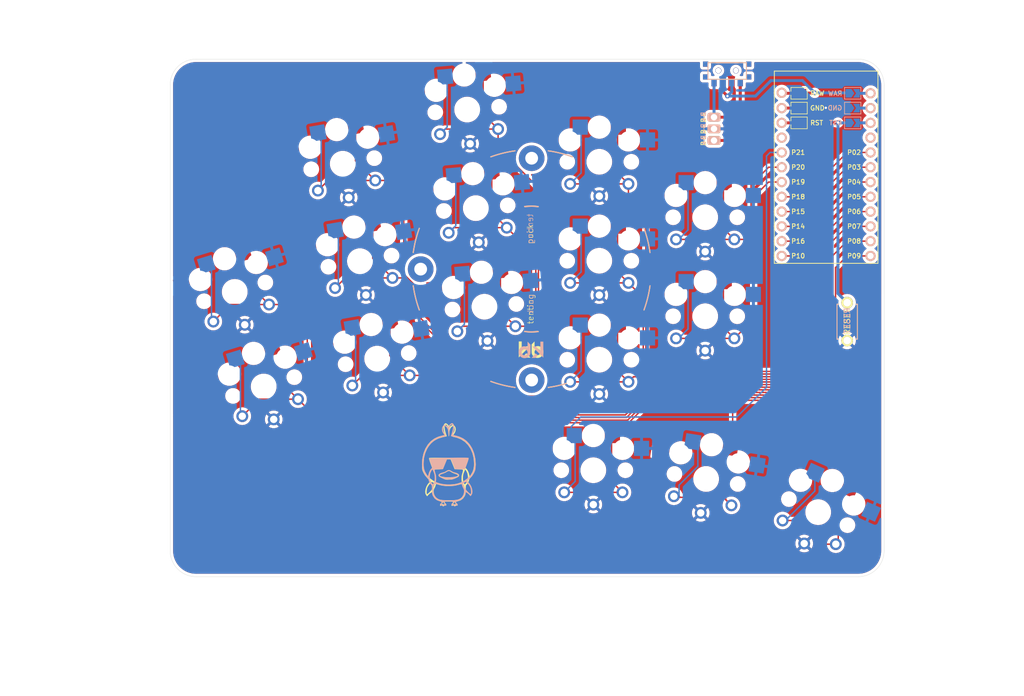
<source format=kicad_pcb>
(kicad_pcb (version 20211014) (generator pcbnew)
  (title_block (title "board") (rev "v1.0.0") (company "Unknown"))
  (layers (0 "F.Cu" signal) (31 "B.Cu" signal) (34 "B.Paste" user) (35 "F.Paste" user) (36 "B.SilkS" user "B.Silkscreen") (37 "F.SilkS" user "F.Silkscreen") (38 "B.Mask" user) (39 "F.Mask" user) (44 "Edge.Cuts" user))
  (net 0 "")
  (net 1 "P6")
  (net 2 "GND")
  (net 3 "P5")
  (net 4 "P4")
  (net 5 "P3")
  (net 6 "P2")
  (net 7 "P18")
  (net 8 "P15")
  (net 9 "P14")
  (net 10 "P16")
  (net 11 "P10")
  (net 12 "P19")
  (net 13 "P20")
  (net 14 "P21")
  (net 15 "P7")
  (net 16 "P8")
  (net 17 "P9")
  (net 18 "RAW")
  (net 19 "RST")
  (net 20 "Braw")
  (footprint "kbd:ResetSW" (layer "F.Cu") (at 157.969791 -77.623254 90)
    (fp_text reference "B1" hide)
    (fp_text value "")
  )
  (footprint "Alaa:choc_hotswap_key" (layer "F.Cu") (at 71.38711 -104.745067 10)
    (fp_text reference "S11" hide)
    (fp_text value "" hide)
  )
  (footprint "Alaa:choc_hotswap_key" (layer "F.Cu") (at 94.221643 -97.114167 5)
    (fp_text reference "S15" hide)
    (fp_text value "" hide)
  )
  (footprint "Alaa:choc_hotswap_key" (layer "F.Cu") (at 115.424791 -88.077254)
    (fp_text reference "S21" hide)
    (fp_text value "" hide)
  )
  (footprint "E73:SPDT_C128955" (layer "F.Cu") (at 137.368406 -120.751838)
    (fp_text reference "T1" hide)
    (fp_text value "" hide)
  )
  (footprint "Alaa:choc_hotswap_key" (layer "F.Cu") (at 114.400791 -52.096254)
    (fp_text reference "S31" hide)
    (fp_text value "" hide)
  )
  (footprint "E73:SPDT_C128955" (layer "F.Cu") (at 137.368406 -120.751838)
    (fp_text reference "T2" hide)
    (fp_text value "" hide)
  )
  (footprint "Alaa:choc_hotswap_key" (layer "F.Cu") (at 133.599495 -95.544491)
    (fp_text reference "S29" hide)
    (fp_text value "" hide)
  )
  (footprint "LOGO" (layer "F.Cu") (at 89.516791 -51.715254)
    (fp_text reference "G***" hide)
    (fp_text value "LOGO" hide)
  )
  (footprint "Alaa:choc_hotswap_key" (layer "F.Cu") (at 152.997059 -44.898044 -24)
    (fp_text reference "S33" hide)
    (fp_text value "" hide)
  )
  (footprint "Alaa:choc_hotswap_key" (layer "F.Cu") (at 77.291148 -71.261603 10)
    (fp_text reference "S7" hide)
    (fp_text value "" hide)
  )
  (footprint "lib:bat" (layer "F.Cu") (at 135.109791 -110.738254 -90)
    (fp_text reference "PAD1" hide)
    (fp_text value "" hide)
  )
  (footprint "Alaa:choc_hotswap_key" (layer "F.Cu") (at 52.842259 -82.729963 17)
    (fp_text reference "S5" hide)
    (fp_text value "" hide)
  )
  (footprint "Alaa:choc_hotswap_key" (layer "F.Cu") (at 133.599495 -78.544491)
    (fp_text reference "S27" hide)
    (fp_text value "" hide)
  )
  (footprint "Alaa:choc_hotswap_key" (layer "F.Cu") (at 74.339129 -88.003335 10)
    (fp_text reference "S9" hide)
    (fp_text value "" hide)
  )
  (footprint "Alaa:choc_hotswap_key" (layer "F.Cu") (at 95.703291 -80.178857 5)
    (fp_text reference "S13" hide)
    (fp_text value "" hide)
  )
  (footprint "Alaa:choc_hotswap_key" (layer "F.Cu") (at 92.739996 -114.049477 5)
    (fp_text reference "S17" hide)
    (fp_text value "" hide)
  )
  (footprint "Alaa:choc_hotswap_key" (layer "F.Cu") (at 133.758386 -50.596799 -9)
    (fp_text reference "S31" hide)
    (fp_text value "" hide)
  )
  (footprint "ProMicro" (layer "F.Cu") (at 154.357213 -102.872348 -90)
    (fp_text reference "MCU1" hide)
    (fp_text value "" hide)
  )
  (footprint "Alaa:choc_hotswap_key" (layer "F.Cu") (at 57.812578 -66.472782 17)
    (fp_text reference "S3" hide)
    (fp_text value "" hide)
  )
  (footprint "Alaa:Tenting_Puck_3_Holes" (layer "F.Cu") (at 103.810924 -86.640254)
    (fp_text reference "REF**")
    (fp_text value "Tenting Puck")
  )
  (footprint "Alaa:choc_hotswap_key" (layer "F.Cu") (at 115.424791 -105.077254)
    (fp_text reference "S23" hide)
    (fp_text value "" hide)
  )
  (footprint "Alaa:choc_hotswap_key" (layer "F.Cu") (at 115.424791 -71.077254)
    (fp_text reference "S19" hide)
    (fp_text value "" hide)
  )
  (footprint "LOGO" (layer "B.Cu") (at 89.677036 -51.735521 180)
    (fp_text reference "G***" hide)
    (fp_text value "LOGO" hide)
  )
  (gr_line (start 164.316185 -38.254903) (end 164.319791 -118.263254) (layer "Edge.Cuts") (width 0.05))
  (gr_arc (start 46.209791 -33.808254) (mid 43.066701 -35.110164) (end 41.764791 -38.253254) (layer "Edge.Cuts") (width 0.05))
  (gr_arc (start 159.874791 -122.708254) (mid 163.017881 -121.406344) (end 164.319791 -118.263254) (layer "Edge.Cuts") (width 0.05))
  (gr_line (start 46.209791 -33.808254) (end 159.871185 -33.809903) (layer "Edge.Cuts") (width 0.05))
  (gr_line (start 41.761149 -118.266118) (end 41.764791 -38.253254) (layer "Edge.Cuts") (width 0.05))
  (gr_line (start 159.874791 -122.708254) (end 46.206149 -122.711118) (layer "Edge.Cuts") (width 0.05))
  (gr_arc (start 41.761149 -118.266118) (mid 43.063059 -121.409208) (end 46.206149 -122.711118) (layer "Edge.Cuts") (width 0.05))
  (gr_arc (start 164.316185 -38.254903) (mid 163.014275 -35.111813) (end 159.871185 -33.809903) (layer "Edge.Cuts") (width 0.05))
  (segment (start 154.628374 -72.346105) (end 154.048157 -71.765888) (width 0.25) (layer "F.Cu") (net 1))
  (segment (start 147.293059 -65.010791) (end 124.592826 -65.010791) (width 0.25) (layer "F.Cu") (net 1))
  (segment (start 58.734795 -80.557863) (end 52.095465 -80.557863) (width 0.25) (layer "F.Cu") (net 1))
  (segment (start 54.234545 -89.377494) (end 54.234545 -85.058113) (width 0.25) (layer "F.Cu") (net 1))
  (segment (start 52.095465 -80.557863) (end 49.171748 -77.634146) (width 0.25) (layer "F.Cu") (net 1))
  (segment (start 71.12 -63.5) (end 65.297412 -69.322588) (width 0.25) (layer "F.Cu") (net 1))
  (segment (start 54.234545 -85.058113) (end 58.734795 -80.557863) (width 0.25) (layer "F.Cu") (net 1))
  (segment (start 154.048157 -71.765888) (end 147.293059 -65.010791) (width 0.25) (layer "F.Cu") (net 1))
  (segment (start 101.640989 -63.467774) (end 93.071241 -72.037521) (width 0.25) (layer "F.Cu") (net 1))
  (segment (start 157.969791 -96.522348) (end 154.628374 -93.180931) (width 0.25) (layer "F.Cu") (net 1))
  (segment (start 93.071241 -72.037521) (end 89.562066 -72.037521) (width 0.25) (layer "F.Cu") (net 1))
  (segment (start 154.628374 -93.180931) (end 154.628374 -72.346105) (width 0.25) (layer "F.Cu") (net 1))
  (segment (start 124.592826 -65.010791) (end 120.284168 -60.702134) (width 0.25) (layer "F.Cu") (net 1))
  (segment (start 89.562066 -72.037521) (end 81.024544 -63.5) (width 0.25) (layer "F.Cu") (net 1))
  (segment (start 106.339988 -63.467774) (end 101.640989 -63.467774) (width 0.25) (layer "F.Cu") (net 1))
  (segment (start 109.105628 -60.702134) (end 106.339988 -63.467774) (width 0.25) (layer "F.Cu") (net 1))
  (segment (start 120.284168 -60.702134) (end 109.105628 -60.702134) (width 0.25) (layer "F.Cu") (net 1))
  (segment (start 154.628374 -72.346106) (end 154.048157 -71.765888) (width 0.25) (layer "F.Cu") (net 1))
  (segment (start 63.479549 -80.557863) (end 58.734795 -80.557863) (width 0.25) (layer "F.Cu") (net 1))
  (segment (start 65.297412 -78.74) (end 63.479549 -80.557863) (width 0.25) (layer "F.Cu") (net 1))
  (segment (start 161.977213 -96.522348) (end 157.969791 -96.522348) (width 0.25) (layer "F.Cu") (net 1))
  (segment (start 65.297412 -69.322588) (end 65.297412 -78.74) (width 0.25) (layer "F.Cu") (net 1))
  (segment (start 81.024544 -63.5) (end 71.12 -63.5) (width 0.25) (layer "F.Cu") (net 1))
  (segment (start 47.655954 -88.184596) (end 48.856953 -86.983597) (width 0.25) (layer "B.Cu") (net 1))
  (segment (start 48.856953 -86.983597) (end 48.856953 -78.356283) (width 0.25) (layer "B.Cu") (net 1))
  (segment (start 154.256703 -114.302348) (end 150.44369 -114.302348) (width 0.5) (layer "F.Cu") (net 2))
  (segment (start 154.304587 -114.350232) (end 154.256703 -114.302348) (width 0.5) (layer "F.Cu") (net 2))
  (via (at 154.304587 -114.350232) (size 0.8) (drill 0.4) (layers "F.Cu" "B.Cu") (net 2))
  (segment (start 154.329345 -114.325474) (end 154.352471 -114.302348) (width 0.5) (layer "B.Cu") (net 2))
  (segment (start 154.352471 -114.302348) (end 158.19369 -114.302348) (width 0.5) (layer "B.Cu") (net 2))
  (segment (start 154.159791 -95.252348) (end 157.969791 -99.062348) (width 0.25) (layer "F.Cu") (net 3))
  (segment (start 101.827187 -63.917294) (end 106.526186 -63.917294) (width 0.25) (layer "F.Cu") (net 3))
  (segment (start 109.291826 -61.151654) (end 120.097971 -61.151654) (width 0.25) (layer "F.Cu") (net 3))
  (segment (start 93.25744 -72.487041) (end 101.827187 -63.917294) (width 0.25) (layer "F.Cu") (net 3))
  (segment (start 124.406628 -65.460311) (end 147.106862 -65.460311) (width 0.25) (layer "F.Cu") (net 3))
  (segment (start 106.526186 -63.917294) (end 109.291826 -61.151654) (width 0.25) (layer "F.Cu") (net 3))
  (segment (start 154.159791 -79.528254) (end 154.159791 -95.252348) (width 0.25) (layer "F.Cu") (net 3))
  (segment (start 79.483187 -71.779437) (end 82.87505 -68.387574) (width 0.25) (layer "F.Cu") (net 3))
  (segment (start 157.969791 -99.062348) (end 161.977213 -99.062348) (width 0.25) (layer "F.Cu") (net 3))
  (segment (start 85.2764 -68.387574) (end 89.375869 -72.487041) (width 0.25) (layer "F.Cu") (net 3))
  (segment (start 82.87505 -68.387574) (end 74.763453 -68.387574) (width 0.25) (layer "F.Cu") (net 3))
  (segment (start 79.483187 -77.689907) (end 79.483187 -71.779437) (width 0.25) (layer "F.Cu") (net 3))
  (segment (start 74.763453 -68.387574) (end 73.026972 -66.651093) (width 0.25) (layer "F.Cu") (net 3))
  (segment (start 82.87505 -68.387574) (end 85.2764 -68.387574) (width 0.25) (layer "F.Cu") (net 3))
  (segment (start 154.178854 -79.509191) (end 154.159791 -79.528254) (width 0.25) (layer "F.Cu") (net 3))
  (segment (start 147.106862 -65.460311) (end 154.178854 -72.532303) (width 0.25) (layer "F.Cu") (net 3))
  (segment (start 120.097971 -61.151654) (end 124.406628 -65.460311) (width 0.25) (layer "F.Cu") (net 3))
  (segment (start 89.375869 -72.487041) (end 93.25744 -72.487041) (width 0.25) (layer "F.Cu") (net 3))
  (segment (start 154.178854 -72.532303) (end 154.178854 -79.509191) (width 0.25) (layer "F.Cu") (net 3))
  (segment (start 73.59045 -67.214571) (end 73.026972 -66.651093) (width 0.25) (layer "B.Cu") (net 3))
  (segment (start 73.032696 -76.552511) (end 73.59045 -75.994757) (width 0.25) (layer "B.Cu") (net 3))
  (segment (start 73.59045 -75.994757) (end 73.59045 -67.214571) (width 0.25) (layer "B.Cu") (net 3))
  (segment (start 76.531168 -88.521169) (end 79.923031 -85.129306) (width 0.25) (layer "F.Cu") (net 4))
  (segment (start 153.698572 -97.331129) (end 153.698572 -72.687741) (width 0.25) (layer "F.Cu") (net 4))
  (segment (start 153.698572 -72.687741) (end 146.920664 -65.909831) (width 0.25) (layer "F.Cu") (net 4))
  (segment (start 76.531168 -94.431639) (end 76.531168 -88.521169) (width 0.25) (layer "F.Cu") (net 4))
  (segment (start 106.712384 -64.366814) (end 102.013385 -64.366814) (width 0.25) (layer "F.Cu") (net 4))
  (segment (start 146.920664 -65.909831) (end 124.220428 -65.909831) (width 0.25) (layer "F.Cu") (net 4))
  (segment (start 102.013385 -64.366814) (end 93.443638 -72.936561) (width 0.25) (layer "F.Cu") (net 4))
  (segment (start 157.969791 -101.602348) (end 153.698572 -97.331129) (width 0.25) (layer "F.Cu") (net 4))
  (segment (start 119.91177 -61.601174) (end 109.478024 -61.601174) (width 0.25) (layer "F.Cu") (net 4))
  (segment (start 79.923031 -85.129306) (end 71.811434 -85.129306) (width 0.25) (layer "F.Cu") (net 4))
  (segment (start 93.443638 -72.936561) (end 89.382986 -72.936561) (width 0.25) (layer "F.Cu") (net 4))
  (segment (start 84.38648 -77.933067) (end 84.38648 -82.617802) (width 0.25) (layer "F.Cu") (net 4))
  (segment (start 109.478024 -61.601174) (end 106.712384 -64.366814) (width 0.25) (layer "F.Cu") (net 4))
  (segment (start 124.220428 -65.909831) (end 119.91177 -61.601174) (width 0.25) (layer "F.Cu") (net 4))
  (segment (start 84.38648 -82.617802) (end 81.874976 -85.129306) (width 0.25) (layer "F.Cu") (net 4))
  (segment (start 71.811434 -85.129306) (end 70.074953 -83.392825) (width 0.25) (layer "F.Cu") (net 4))
  (segment (start 161.977213 -101.602348) (end 157.969791 -101.602348) (width 0.25) (layer "F.Cu") (net 4))
  (segment (start 81.874976 -85.129306) (end 79.923031 -85.129306) (width 0.25) (layer "F.Cu") (net 4))
  (segment (start 89.382986 -72.936561) (end 84.38648 -77.933067) (width 0.25) (layer "F.Cu") (net 4))
  (segment (start 70.638431 -83.956303) (end 70.074953 -83.392825) (width 0.25) (layer "B.Cu") (net 4))
  (segment (start 70.638431 -92.736489) (end 70.638431 -83.956303) (width 0.25) (layer "B.Cu") (net 4))
  (segment (start 70.080677 -93.294243) (end 70.638431 -92.736489) (width 0.25) (layer "B.Cu") (net 4))
  (segment (start 68.859415 -101.871038) (end 67.122934 -100.134557) (width 0.25) (layer "F.Cu") (net 5))
  (segment (start 102.199583 -64.816334) (end 106.898581 -64.816334) (width 0.25) (layer "F.Cu") (net 5))
  (segment (start 161.977213 -104.142348) (end 157.969791 -104.142348) (width 0.25) (layer "F.Cu") (net 5))
  (segment (start 157.969791 -104.142348) (end 153.249052 -99.421609) (width 0.25) (layer "F.Cu") (net 5))
  (segment (start 106.898581 -64.816334) (end 109.664221 -62.050694) (width 0.25) (layer "F.Cu") (net 5))
  (segment (start 153.249052 -72.873939) (end 151.57058 -71.195465) (width 0.25) (layer "F.Cu") (net 5))
  (segment (start 73.579149 -111.173371) (end 73.579149 -105.262901) (width 0.25) (layer "F.Cu") (net 5))
  (segment (start 146.734466 -66.359351) (end 151.57058 -71.195465) (width 0.25) (layer "F.Cu") (net 5))
  (segment (start 79.561162 -101.871038) (end 81.858703 -99.573497) (width 0.25) (layer "F.Cu") (net 5))
  (segment (start 76.971012 -101.871038) (end 79.561162 -101.871038) (width 0.25) (layer "F.Cu") (net 5))
  (segment (start 81.858703 -85.781297) (end 84.836 -82.804) (width 0.25) (layer "F.Cu") (net 5))
  (segment (start 151.57058 -71.195465) (end 153.249052 -72.873938) (width 0.25) (layer "F.Cu") (net 5))
  (segment (start 84.836 -82.804) (end 84.836 -78.119265) (width 0.25) (layer "F.Cu") (net 5))
  (segment (start 76.971012 -101.871038) (end 68.859415 -101.871038) (width 0.25) (layer "F.Cu") (net 5))
  (segment (start 109.664221 -62.050694) (end 119.725573 -62.050694) (width 0.25) (layer "F.Cu") (net 5))
  (segment (start 93.629836 -73.386081) (end 102.199583 -64.816334) (width 0.25) (layer "F.Cu") (net 5))
  (segment (start 124.03423 -66.359351) (end 146.734466 -66.359351) (width 0.25) (layer "F.Cu") (net 5))
  (segment (start 81.858703 -99.573497) (end 81.858703 -85.781297) (width 0.25) (layer "F.Cu") (net 5))
  (segment (start 73.579149 -105.262901) (end 76.971012 -101.871038) (width 0.25) (layer "F.Cu") (net 5))
  (segment (start 119.725573 -62.050694) (end 124.03423 -66.359351) (width 0.25) (layer "F.Cu") (net 5))
  (segment (start 89.569184 -73.386081) (end 93.629836 -73.386081) (width 0.25) (layer "F.Cu") (net 5))
  (segment (start 153.249052 -99.421609) (end 153.249052 -72.873939) (width 0.25) (layer "F.Cu") (net 5))
  (segment (start 84.836 -78.119265) (end 89.569184 -73.386081) (width 0.25) (layer "F.Cu") (net 5))
  (segment (start 67.686412 -100.698035) (end 67.122934 -100.134557) (width 0.25) (layer "B.Cu") (net 5))
  (segment (start 67.128658 -110.035975) (end 67.686412 -109.478221) (width 0.25) (layer "B.Cu") (net 5))
  (segment (start 67.686412 -109.478221) (end 67.686412 -100.698035) (width 0.25) (layer "B.Cu") (net 5))
  (segment (start 106.68 -70.883507) (end 104.07916 -73.484347) (width 0.25) (layer "F.Cu") (net 6))
  (segment (start 119.539376 -62.500214) (end 109.850419 -62.500214) (width 0.25) (layer "F.Cu") (net 6))
  (segment (start 109.850419 -62.500214) (end 106.68 -65.670633) (width 0.25) (layer "F.Cu") (net 6))
  (segment (start 91.925067 -76.829096) (end 91.053509 -75.957538) (width 0.25) (layer "F.Cu") (net 6))
  (segment (start 123.848033 -66.808871) (end 119.539376 -62.500214) (width 0.25) (layer "F.Cu") (net 6))
  (segment (start 152.799532 -73.060135) (end 146.548268 -66.808871) (width 0.25) (layer "F.Cu") (net 6))
  (segment (start 146.548268 -66.808871) (end 123.848033 -66.808871) (width 0.25) (layer "F.Cu") (net 6))
  (segment (start 101.015456 -76.829096) (end 98.447252 -79.3973) (width 0.25) (layer "F.Cu") (net 6))
  (segment (start 104.07916 -73.484347) (end 104.07916 -75.594064) (width 0.25) (layer "F.Cu") (net 6))
  (segment (start 98.447252 -79.3973) (end 98.447252 -86.391651) (width 0.25) (layer "F.Cu") (net 6))
  (segment (start 161.977213 -106.682348) (end 157.969791 -106.682348) (width 0.25) (layer "F.Cu") (net 6))
  (segment (start 102.844128 -76.829096) (end 101.015456 -76.829096) (width 0.25) (layer "F.Cu") (net 6))
  (segment (start 104.07916 -75.594064) (end 102.844128 -76.829096) (width 0.25) (layer "F.Cu") (net 6))
  (segment (start 157.969791 -106.682348) (end 152.799532 -101.512089) (width 0.25) (layer "F.Cu") (net 6))
  (segment (start 152.799532 -101.512089) (end 152.799532 -73.060135) (width 0.25) (layer "F.Cu") (net 6))
  (segment (start 106.68 -65.670633) (end 106.68 -70.883507) (width 0.25) (layer "F.Cu") (net 6))
  (segment (start 101.015456 -76.829096) (end 91.925067 -76.829096) (width 0.25) (layer "F.Cu") (net 6))
  (segment (start 92.270004 -77.174033) (end 91.053509 -75.957538) (width 0.25) (layer "B.Cu") (net 6))
  (segment (start 91.922177 -85.82078) (end 92.270004 -85.472953) (width 0.25) (layer "B.Cu") (net 6))
  (segment (start 92.270004 -85.472953) (end 92.270004 -77.174033) (width 0.25) (layer "B.Cu") (net 6))
  (segment (start 104.52868 -88.769534) (end 99.533808 -93.764406) (width 0.25) (layer "F.Cu") (net 7))
  (segment (start 146.36207 -67.258391) (end 123.661837 -67.258391) (width 0.25) (layer "F.Cu") (net 7))
  (segment (start 152.350012 -73.246333) (end 146.36207 -67.258391) (width 0.25) (layer "F.Cu") (net 7))
  (segment (start 104.52868 -73.670546) (end 104.52868 -88.769534) (width 0.25) (layer "F.Cu") (net 7))
  (segment (start 146.737213 -99.062348) (end 149.079791 -99.062348) (width 0.25) (layer "F.Cu") (net 7))
  (segment (start 119.353179 -62.949734) (end 110.036619 -62.949734) (width 0.25) (layer "F.Cu") (net 7))
  (segment (start 99.533808 -93.764406) (end 90.443419 -93.764406) (width 0.25) (layer "F.Cu") (net 7))
  (segment (start 96.965604 -96.33261) (end 99.533808 -93.764406) (width 0.25) (layer "F.Cu") (net 7))
  (segment (start 149.079791 -99.062348) (end 152.350012 -95.792127) (width 0.25) (layer "F.Cu") (net 7))
  (segment (start 107.12952 -65.856833) (end 107.12952 -71.069704) (width 0.25) (layer "F.Cu") (net 7))
  (segment (start 110.036619 -62.949734) (end 107.12952 -65.856833) (width 0.25) (layer "F.Cu") (net 7))
  (segment (start 152.350012 -95.792127) (end 152.350012 -73.246333) (width 0.25) (layer "F.Cu") (net 7))
  (segment (start 123.661837 -67.258391) (end 119.353179 -62.949734) (width 0.25) (layer "F.Cu") (net 7))
  (segment (start 107.12952 -71.069704) (end 104.52868 -73.670546) (width 0.25) (layer "F.Cu") (net 7))
  (segment (start 96.965604 -103.326961) (end 96.965604 -96.33261) (width 0.25) (layer "F.Cu") (net 7))
  (segment (start 90.443419 -93.764406) (end 89.571861 -92.892848) (width 0.25) (layer "F.Cu") (net 7))
  (segment (start 90.788356 -94.109343) (end 89.571861 -92.892848) (width 0.25) (layer "B.Cu") (net 7))
  (segment (start 90.440529 -102.75609) (end 90.788356 -102.408263) (width 0.25) (layer "B.Cu") (net 7))
  (segment (start 90.788356 -102.408263) (end 90.788356 -94.109343) (width 0.25) (layer "B.Cu") (net 7))
  (segment (start 104.9782 -73.856744) (end 104.9782 -100.61575) (width 0.25) (layer "F.Cu") (net 8))
  (segment (start 107.57904 -71.255902) (end 104.9782 -73.856744) (width 0.25) (layer "F.Cu") (net 8))
  (segment (start 110.222817 -63.399254) (end 107.57904 -66.043031) (width 0.25) (layer "F.Cu") (net 8))
  (segment (start 95.483957 -120.262271) (end 95.483957 -113.26792) (width 0.25) (layer "F.Cu") (net 8))
  (segment (start 146.737213 -96.522348) (end 149.079791 -96.522348) (width 0.25) (layer "F.Cu") (net 8))
  (segment (start 104.9782 -100.61575) (end 98.052161 -107.541789) (width 0.25) (layer "F.Cu") (net 8))
  (segment (start 149.079791 -96.522348) (end 151.900492 -93.701647) (width 0.25) (layer "F.Cu") (net 8))
  (segment (start 146.175872 -67.707911) (end 123.475639 -67.707911) (width 0.25) (layer "F.Cu") (net 8))
  (segment (start 88.961772 -110.699716) (end 88.090214 -109.828158) (width 0.25) (layer "F.Cu") (net 8))
  (segment (start 119.166982 -63.399254) (end 110.222817 -63.399254) (width 0.25) (layer "F.Cu") (net 8))
  (segment (start 123.475639 -67.707911) (end 119.166982 -63.399254) (width 0.25) (layer "F.Cu") (net 8))
  (segment (start 98.052161 -110.699716) (end 88.961772 -110.699716) (width 0.25) (layer "F.Cu") (net 8))
  (segment (start 107.57904 -66.043031) (end 107.57904 -71.255902) (width 0.25) (layer "F.Cu") (net 8))
  (segment (start 98.052161 -107.541789) (end 98.052161 -110.699716) (width 0.25) (layer "F.Cu") (net 8))
  (segment (start 95.483957 -113.26792) (end 98.052161 -110.699716) (width 0.25) (layer "F.Cu") (net 8))
  (segment (start 151.900492 -93.701647) (end 151.900492 -73.432531) (width 0.25) (layer "F.Cu") (net 8))
  (segment (start 151.900492 -73.432531) (end 146.175872 -67.707911) (width 0.25) (layer "F.Cu") (net 8))
  (segment (start 89.306709 -111.044653) (end 88.090214 -109.828158) (width 0.25) (layer "B.Cu") (net 8))
  (segment (start 89.306709 -119.343573) (end 89.306709 -111.044653) (width 0.25) (layer "B.Cu") (net 8))
  (segment (start 88.958882 -119.6914) (end 89.306709 -119.343573) (width 0.25) (layer "B.Cu") (net 8))
  (segment (start 151.450972 -90.722167) (end 151.450972 -73.618729) (width 0.25) (layer "F.Cu") (net 9))
  (segment (start 120.424791 -67.277254) (end 110.424791 -67.277254) (width 0.25) (layer "F.Cu") (net 9))
  (segment (start 118.55027 -76.877733) (end 118.55027 -69.151775) (width 0.25) (layer "F.Cu") (net 9))
  (segment (start 145.989674 -68.157431) (end 121.304968 -68.157431) (width 0.25) (layer "F.Cu") (net 9))
  (segment (start 148.190791 -93.982348) (end 151.450972 -90.722167) (width 0.25) (layer "F.Cu") (net 9))
  (segment (start 118.55027 -69.151775) (end 120.424791 -67.277254) (width 0.25) (layer "F.Cu") (net 9))
  (segment (start 151.450972 -73.618729) (end 145.989674 -68.157431) (width 0.25) (layer "F.Cu") (net 9))
  (segment (start 146.737213 -93.982348) (end 148.190791 -93.982348) (width 0.25) (layer "F.Cu") (net 9))
  (segment (start 121.304968 -68.157431) (end 120.424791 -67.277254) (width 0.25) (layer "F.Cu") (net 9))
  (segment (start 118.699791 -77.027254) (end 118.55027 -76.877733) (width 0.25) (layer "F.Cu") (net 9))
  (segment (start 112.299312 -77.420712) (end 112.299312 -69.151775) (width 0.25) (layer "B.Cu") (net 9))
  (segment (start 112.299312 -69.151775) (end 110.424791 -67.277254) (width 0.25) (layer "B.Cu") (net 9))
  (segment (start 118.55027 -86.151775) (end 120.424791 -84.277254) (width 0.25) (layer "F.Cu") (net 10))
  (segment (start 146.737213 -91.442348) (end 149.079791 -91.442348) (width 0.25) (layer "F.Cu") (net 10))
  (segment (start 110.424791 -84.277254) (end 120.424791 -84.277254) (width 0.25) (layer "F.Cu") (net 10))
  (segment (start 122.966194 -81.735851) (end 122.966194 -69.25978) (width 0.25) (layer "F.Cu") (net 10))
  (segment (start 118.55027 -93.877733) (end 118.55027 -86.151775) (width 0.25) (layer "F.Cu") (net 10))
  (segment (start 151.001452 -73.804927) (end 150.489285 -73.29276) (width 0.25) (layer "F.Cu") (net 10))
  (segment (start 120.424791 -84.277254) (end 122.966194 -81.735851) (width 0.25) (layer "F.Cu") (net 10))
  (segment (start 150.489285 -73.29276) (end 151.001452 -73.804926) (width 0.25) (layer "F.Cu") (net 10))
  (segment (start 151.001452 -89.520687) (end 151.001452 -73.804927) (width 0.25) (layer "F.Cu") (net 10))
  (segment (start 123.607665 -68.61831) (end 145.814835 -68.61831) (width 0.25) (layer "F.Cu") (net 10))
  (segment (start 149.079791 -91.442348) (end 151.001452 -89.520687) (width 0.25) (layer "F.Cu") (net 10))
  (segment (start 145.814835 -68.61831) (end 150.489285 -73.29276) (width 0.25) (layer "F.Cu") (net 10))
  (segment (start 118.699791 -94.027254) (end 118.55027 -93.877733) (width 0.25) (layer "F.Cu") (net 10))
  (segment (start 122.966194 -69.25978) (end 123.607665 -68.61831) (width 0.25) (layer "F.Cu") (net 10))
  (segment (start 112.299312 -94.420712) (end 112.299312 -86.151775) (width 0.25) (layer "B.Cu") (net 10))
  (segment (start 112.299312 -86.151775) (end 110.424791 -84.277254) (width 0.25) (layer "B.Cu") (net 10))
  (segment (start 150.551932 -73.991124) (end 145.628638 -69.06783) (width 0.25) (layer "F.Cu") (net 11))
  (segment (start 123.793862 -69.06783) (end 123.415714 -69.445978) (width 0.25) (layer "F.Cu") (net 11))
  (segment (start 150.551932 -87.430207) (end 150.551932 -73.991124) (width 0.25) (layer "F.Cu") (net 11))
  (segment (start 123.415714 -69.445978) (end 123.415714 -95.540331) (width 0.25) (layer "F.Cu") (net 11))
  (segment (start 146.737213 -88.902348) (end 149.079791 -88.902348) (width 0.25) (layer "F.Cu") (net 11))
  (segment (start 145.628638 -69.06783) (end 123.793862 -69.06783) (width 0.25) (layer "F.Cu") (net 11))
  (segment (start 118.55027 -110.877733) (end 118.55027 -103.151775) (width 0.25) (layer "F.Cu") (net 11))
  (segment (start 120.424791 -98.531254) (end 120.424791 -101.277254) (width 0.25) (layer "F.Cu") (net 11))
  (segment (start 149.079791 -88.902348) (end 150.551932 -87.430207) (width 0.25) (layer "F.Cu") (net 11))
  (segment (start 120.424791 -101.277254) (end 110.424791 -101.277254) (width 0.25) (layer "F.Cu") (net 11))
  (segment (start 118.699791 -111.027254) (end 118.55027 -110.877733) (width 0.25) (layer "F.Cu") (net 11))
  (segment (start 123.415714 -95.540331) (end 120.424791 -98.531254) (width 0.25) (layer "F.Cu") (net 11))
  (segment (start 118.55027 -103.151775) (end 120.424791 -101.277254) (width 0.25) (layer "F.Cu") (net 11))
  (segment (start 112.299312 -103.151775) (end 110.424791 -101.277254) (width 0.25) (layer "B.Cu") (net 11))
  (segment (start 112.299312 -111.420712) (end 112.299312 -103.151775) (width 0.25) (layer "B.Cu") (net 11))
  (segment (start 136.724974 -76.619012) (end 136.724974 -84.34497) (width 0.25) (layer "F.Cu") (net 12))
  (segment (start 141.922106 -78.067102) (end 141.922106 -99.040569) (width 0.25) (layer "F.Cu") (net 12))
  (segment (start 144.483885 -101.602348) (end 146.737213 -101.602348) (width 0.25) (layer "F.Cu") (net 12))
  (segment (start 141.922106 -99.040569) (end 144.483885 -101.602348) (width 0.25) (layer "F.Cu") (net 12))
  (segment (start 138.599495 -74.744491) (end 136.724974 -76.619012) (width 0.25) (layer "F.Cu") (net 12))
  (segment (start 136.724974 -84.34497) (end 136.874495 -84.494491) (width 0.25) (layer "F.Cu") (net 12))
  (segment (start 128.599495 -74.744491) (end 138.599495 -74.744491) (width 0.25) (layer "F.Cu") (net 12))
  (segment (start 138.599495 -74.744491) (end 141.922106 -78.067102) (width 0.25) (layer "F.Cu") (net 12))
  (segment (start 130.654161 -76.367747) (end 128.45992 -74.173506) (width 0.25) (layer "B.Cu") (net 12))
  (segment (start 130.654161 -83.454265) (end 130.654161 -76.367747) (width 0.25) (layer "B.Cu") (net 12))
  (segment (start 130.18492 -83.923506) (end 130.654161 -83.454265) (width 0.25) (layer "B.Cu") (net 12))
  (segment (start 136.724974 -93.619012) (end 136.724974 -101.34497) (width 0.25) (layer "F.Cu") (net 13))
  (segment (start 144.483885 -104.142348) (end 146.737213 -104.142348) (width 0.25) (layer "F.Cu") (net 13))
  (segment (start 136.724974 -101.34497) (end 136.874495 -101.494491) (width 0.25) (layer "F.Cu") (net 13))
  (segment (start 138.599495 -91.744491) (end 136.724974 -93.619012) (width 0.25) (layer "F.Cu") (net 13))
  (segment (start 138.599495 -91.744491) (end 140.309764 -91.744491) (width 0.25) (layer "F.Cu") (net 13))
  (segment (start 140.309764 -91.744491) (end 141.472586 -92.907313) (width 0.25) (layer "F.Cu") (net 13))
  (segment (start 141.472586 -92.907313) (end 141.472586 -101.131049) (width 0.25) (layer "F.Cu") (net 13))
  (segment (start 141.472586 -101.131049) (end 144.483885 -104.142348) (width 0.25) (layer "F.Cu") (net 13))
  (segment (start 128.599495 -91.744491) (end 138.599495 -91.744491) (width 0.25) (layer "F.Cu") (net 13))
  (segment (start 130.654161 -100.454265) (end 130.654161 -93.367747) (width 0.25) (layer "B.Cu") (net 13))
  (segment (start 129.030905 -91.744491) (end 128.599495 -91.744491) (width 0.25) (layer "B.Cu") (net 13))
  (segment (start 130.654161 -93.367747) (end 129.030905 -91.744491) (width 0.25) (layer "B.Cu") (net 13))
  (segment (start 130.18492 -100.923506) (end 130.654161 -100.454265) (width 0.25) (layer "B.Cu") (net 13))
  (segment (start 119.400791 -48.296254) (end 109.400791 -48.296254) (width 0.25) (layer "F.Cu") (net 14))
  (segment (start 117.67579 -58.046253) (end 117.52627 -57.896733) (width 0.25) (layer "F.Cu") (net 14))
  (segment (start 117.52627 -57.896733) (end 117.52627 -50.170775) (width 0.25) (layer "F.Cu") (net 14))
  (segment (start 117.52627 -50.170775) (end 119.400791 -48.296254) (width 0.25) (layer "F.Cu") (net 14))
  (segment (start 111.12579 -58.046254) (end 111.275312 -57.896732) (width 0.25) (layer "B.Cu") (net 14))
  (segment (start 111.275312 -50.170775) (end 109.400791 -48.296254) (width 0.25) (layer "B.Cu") (net 14))
  (segment (start 110.62579 -59.616253) (end 110.62579 -58.046254) (width 0.25) (layer "B.Cu") (net 14))
  (segment (start 112.249791 -61.240254) (end 110.62579 -59.616253) (width 0.25) (layer "B.Cu") (net 14))
  (segment (start 144.737885 -106.682348) (end 144.126791 -106.071254) (width 0.25) (layer "B.Cu") (net 14))
  (segment (start 144.126791 -106.071254) (end 144.126791 -66.345654) (width 0.25) (layer "B.Cu") (net 14))
  (segment (start 144.126791 -66.345654) (end 139.021391 -61.240254) (width 0.25) (layer "B.Cu") (net 14))
  (segment (start 146.737213 -106.682348) (end 144.737885 -106.682348) (width 0.25) (layer "B.Cu") (net 14))
  (segment (start 111.275312 -57.896732) (end 111.275312 -50.170775) (width 0.25) (layer "B.Cu") (net 14))
  (segment (start 139.021391 -61.240254) (end 112.249791 -61.240254) (width 0.25) (layer "B.Cu") (net 14))
  (segment (start 157.969791 -93.982348) (end 155.077894 -91.090451) (width 0.25) (layer "F.Cu") (net 15))
  (segment (start 89.748263 -71.588001) (end 81.210741 -63.05048) (width 0.25) (layer "F.Cu") (net 15))
  (segment (start 59.204864 -68.800932) (end 63.705114 -64.300682) (width 0.25) (layer "F.Cu") (net 15))
  (segment (start 120.470365 -60.252614) (end 108.919431 -60.252614) (width 0.25) (layer "F.Cu") (net 15))
  (segment (start 64.955316 -63.05048) (end 63.705114 -64.300682) (width 0.25) (layer "F.Cu") (net 15))
  (segment (start 155.077894 -72.159908) (end 154.620015 -71.70203) (width 0.25) (layer "F.Cu") (net 15))
  (segment (start 81.210741 -63.05048) (end 64.955316 -63.05048) (width 0.25) (layer "F.Cu") (net 15))
  (segment (start 92.885044 -71.588001) (end 89.748263 -71.588001) (width 0.25) (layer "F.Cu") (net 15))
  (segment (start 155.077894 -72.159909) (end 154.620015 -71.70203) (width 0.25) (layer "F.Cu") (net 15))
  (segment (start 101.454791 -63.018254) (end 92.885044 -71.588001) (width 0.25) (layer "F.Cu") (net 15))
  (segment (start 154.620015 -71.70203) (end 147.479256 -64.561271) (width 0.25) (layer "F.Cu") (net 15))
  (segment (start 161.977213 -93.982348) (end 157.969791 -93.982348) (width 0.25) (layer "F.Cu") (net 15))
  (segment (start 63.705114 -64.300682) (end 57.065784 -64.300682) (width 0.25) (layer "F.Cu") (net 15))
  (segment (start 147.479256 -64.561271) (end 124.779023 -64.561271) (width 0.25) (layer "F.Cu") (net 15))
  (segment (start 155.077894 -91.090451) (end 155.077894 -72.159909) (width 0.25) (layer "F.Cu") (net 15))
  (segment (start 108.919431 -60.252614) (end 106.153791 -63.018254) (width 0.25) (layer "F.Cu") (net 15))
  (segment (start 57.065784 -64.300682) (end 54.142067 -61.376965) (width 0.25) (layer "F.Cu") (net 15))
  (segment (start 106.153791 -63.018254) (end 101.454791 -63.018254) (width 0.25) (layer "F.Cu") (net 15))
  (segment (start 124.779023 -64.561271) (end 120.470365 -60.252614) (width 0.25) (layer "F.Cu") (net 15))
  (segment (start 59.204864 -73.120313) (end 59.204864 -68.800932) (width 0.25) (layer "F.Cu") (net 15))
  (segment (start 52.626273 -71.927415) (end 53.827272 -70.726416) (width 0.25) (layer "B.Cu") (net 15))
  (segment (start 53.827272 -70.726416) (end 53.827272 -62.099102) (width 0.25) (layer "B.Cu") (net 15))
  (segment (start 155.527414 -71.97371) (end 155.191874 -71.638171) (width 0.25) (layer "F.Cu") (net 16))
  (segment (start 161.977213 -91.442348) (end 157.969791 -91.442348) (width 0.25) (layer "F.Cu") (net 16))
  (segment (start 136.725744 -47.438044) (end 129.302205 -47.438044) (width 0.25) (layer "F.Cu") (net 16))
  (segment (start 139.124288 -64.111751) (end 138.312849 -63.300312) (width 0.25) (layer "F.Cu") (net 16))
  (segment (start 155.191874 -71.638171) (end 147.665453 -64.111751) (width 0.25) (layer "F.Cu") (net 16))
  (segment (start 138.011059 -55.159429) (end 137.133791 -54.282161) (width 0.25) (layer "F.Cu") (net 16))
  (segment (start 155.527414 -71.973711) (end 155.191874 -71.638171) (width 0.25) (layer "F.Cu") (net 16))
  (segment (start 137.133791 -47.029997) (end 138.102377 -46.061411) (width 0.25) (layer "F.Cu") (net 16))
  (segment (start 147.665453 -64.111751) (end 139.124288 -64.111751) (width 0.25) (layer "F.Cu") (net 16))
  (segment (start 129.302205 -47.438044) (end 129.114494 -47.625755) (width 0.25) (layer "F.Cu") (net 16))
  (segment (start 155.527414 -88.999971) (end 155.527414 -71.973711) (width 0.25) (layer "F.Cu") (net 16))
  (segment (start 138.312849 -63.300312) (end 138.312849 -55.961221) (width 0.25) (layer "F.Cu") (net 16))
  (segment (start 138.102377 -46.061411) (end 136.725744 -47.438044) (width 0.25) (layer "F.Cu") (net 16))
  (segment (start 157.969791 -91.442348) (end 155.527414 -88.999971) (width 0.25) (layer "F.Cu") (net 16))
  (segment (start 137.133791 -54.282161) (end 137.133791 -47.029997) (width 0.25) (layer "F.Cu") (net 16))
  (segment (start 131.454491 -56.985868) (end 132.343492 -56.096867) (width 0.25) (layer "B.Cu") (net 16))
  (segment (start 129.114494 -49.537957) (end 129.114494 -47.625755) (width 0.25) (layer "B.Cu") (net 16))
  (segment (start 132.343492 -56.096867) (end 132.343492 -52.766955) (width 0.25) (layer "B.Cu") (net 16))
  (segment (start 132.343492 -52.766955) (end 129.114494 -49.537957) (width 0.25) (layer "B.Cu") (net 16))
  (segment (start 161.977213 -88.902348) (end 157.969791 -88.902348) (width 0.25) (layer "F.Cu") (net 17))
  (segment (start 158.409003 -49.001577) (end 156.437791 -47.030365) (width 0.25) (layer "F.Cu") (net 17))
  (segment (start 158.409002 -52.165043) (end 158.409002 -49.001576) (width 0.25) (layer "F.Cu") (net 17))
  (segment (start 154.409157 -39.392888) (end 150.341791 -43.460254) (width 0.25) (layer "F.Cu") (net 17))
  (segment (start 157.969791 -88.902348) (end 155.976934 -86.909491) (width 0.25) (layer "F.Cu") (net 17))
  (segment (start 150.341791 -43.460254) (end 147.772733 -43.460254) (width 0.25) (layer "F.Cu") (net 17))
  (segment (start 156.437791 -47.030365) (end 156.437791 -39.392888) (width 0.25) (layer "F.Cu") (net 17))
  (segment (start 155.976934 -86.909491) (end 155.976934 -54.597111) (width 0.25) (layer "F.Cu") (net 17))
  (segment (start 156.437791 -39.392888) (end 154.409157 -39.392888) (width 0.25) (layer "F.Cu") (net 17))
  (segment (start 155.976934 -54.597111) (end 158.409002 -52.165043) (width 0.25) (layer "F.Cu") (net 17))
  (segment (start 152.42528 -48.517265) (end 147.772733 -43.864718) (width 0.25) (layer "B.Cu") (net 17))
  (segment (start 147.772733 -43.864718) (end 147.772733 -43.460254) (width 0.25) (layer "B.Cu") (net 17))
  (segment (start 152.42528 -51.665702) (end 152.42528 -48.517265) (width 0.25) (layer "B.Cu") (net 17))
  (segment (start 152.372041 -116.88499) (end 150.419502 -116.88499) (width 0.5) (layer "F.Cu") (net 18))
  (segment (start 136.618406 -117.166566) (end 137.420433 -116.364539) (width 0.5) (layer "F.Cu") (net 18))
  (segment (start 152.4 -116.912949) (end 152.372041 -116.88499) (width 0.5) (layer "F.Cu") (net 18))
  (segment (start 136.618406 -118.676838) (end 136.618406 -117.166566) (width 0.5) (layer "F.Cu") (net 18))
  (via (at 152.4 -116.912949) (size 0.8) (drill 0.4) (layers "F.Cu" "B.Cu") (net 18))
  (via (at 137.420433 -116.364539) (size 0.8) (drill 0.4) (layers "F.Cu" "B.Cu") (net 18))
  (segment (start 158.19369 -116.842348) (end 158.123089 -116.912949) (width 0.5) (layer "B.Cu") (net 18))
  (segment (start 142.228076 -116.364539) (end 144.888791 -119.025254) (width 0.5) (layer "B.Cu") (net 18))
  (segment (start 158.123089 -116.912949) (end 152.4 -116.912949) (width 0.5) (layer "B.Cu") (net 18))
  (segment (start 138.169791 -117.113928) (end 137.471818 -116.415955) (width 0.5) (layer "B.Cu") (net 18))
  (segment (start 138.169791 -118.728254) (end 138.169791 -117.113928) (width 0.5) (layer "B.Cu") (net 18))
  (segment (start 144.888791 -119.025254) (end 150.287695 -119.025254) (width 0.5) (layer "B.Cu") (net 18))
  (segment (start 137.420433 -116.364539) (end 142.228076 -116.364539) (width 0.5) (layer "B.Cu") (net 18))
  (segment (start 150.287695 -119.025254) (end 152.4 -116.912949) (width 0.5) (layer "B.Cu") (net 18))
  (segment (start 150.466332 -111.78499) (end 150.44369 -111.762348) (width 0.5) (layer "F.Cu") (net 19))
  (segment (start 156.389782 -111.806152) (end 156.36862 -111.78499) (width 0.5) (layer "F.Cu") (net 19))
  (segment (start 156.36862 -111.78499) (end 150.466332 -111.78499) (width 0.5) (layer "F.Cu") (net 19))
  (via (at 156.389782 -111.806152) (size 0.8) (drill 0.4) (layers "F.Cu" "B.Cu") (net 19))
  (segment (start 156.389782 -82.453263) (end 157.969791 -80.873254) (width 0.5) (layer "B.Cu") (net 19))
  (segment (start 156.389782 -111.806152) (end 156.389782 -82.453263) (width 0.5) (layer "B.Cu") (net 19))
  (segment (start 156.433586 -111.762348) (end 158.19369 -111.762348) (width 0.5) (layer "B.Cu") (net 19))
  (segment (start 156.389782 -111.806152) (end 156.433586 -111.762348) (width 0.5) (layer "B.Cu") (net 19))
  (segment (start 138.231091 -112.738254) (end 135.109791 -112.738254) (width 0.5) (layer "F.Cu") (net 20))
  (segment (start 137.649791 -108.738254) (end 135.109791 -108.738254) (width 0.5) (layer "F.Cu") (net 20))
  (segment (start 139.618406 -110.706869) (end 137.649791 -108.738254) (width 0.5) (layer "F.Cu") (net 20))
  (segment (start 139.618406 -114.125569) (end 138.231091 -112.738254) (width 0.5) (layer "F.Cu") (net 20))
  (segment (start 139.618406 -118.676838) (end 139.618406 -114.125569) (width 0.5) (layer "F.Cu") (net 20))
  (segment (start 139.618406 -118.676838) (end 139.618406 -110.706869) (width 0.5) (layer "F.Cu") (net 20))
  (segment (start 135.118406 -112.746869) (end 135.109791 -112.738254) (width 0.5) (layer "B.Cu") (net 20))
  (segment (start 135.118406 -118.676838) (end 135.118406 -112.746869) (width 0.5) (layer "B.Cu") (net 20))
  (zone (net 2) (net_name "GND") (layer "F.Cu") (connect_pads (clearance 0.508)) (min_thickness 0.254) (fill yes (thermal_gap 0.508) (thermal_bridge_width 0.508) (island_removal_mode 1) (island_area_min 0))
    (polygon (pts (xy 176.511791 -127.788254) (xy 176.765791 -127.788254) (xy 175.495791 -28.601254) (xy 22.333791 -27.331254) (xy 24.619791 -130.201254)))
  )
  (zone locked (net 2) (net_name "GND") (layer "B.Cu") (connect_pads (clearance 0.508)) (min_thickness 0.254) (fill yes (thermal_gap 0.508) (thermal_bridge_width 0.508))
    (polygon (pts (xy 185.274791 -132.868254) (xy 188.341 -13.2842) (xy 15.094791 -16.028254) (xy 12.554791 -132.868254) (xy 86.7918 -132.868254)))
  )
)
</source>
